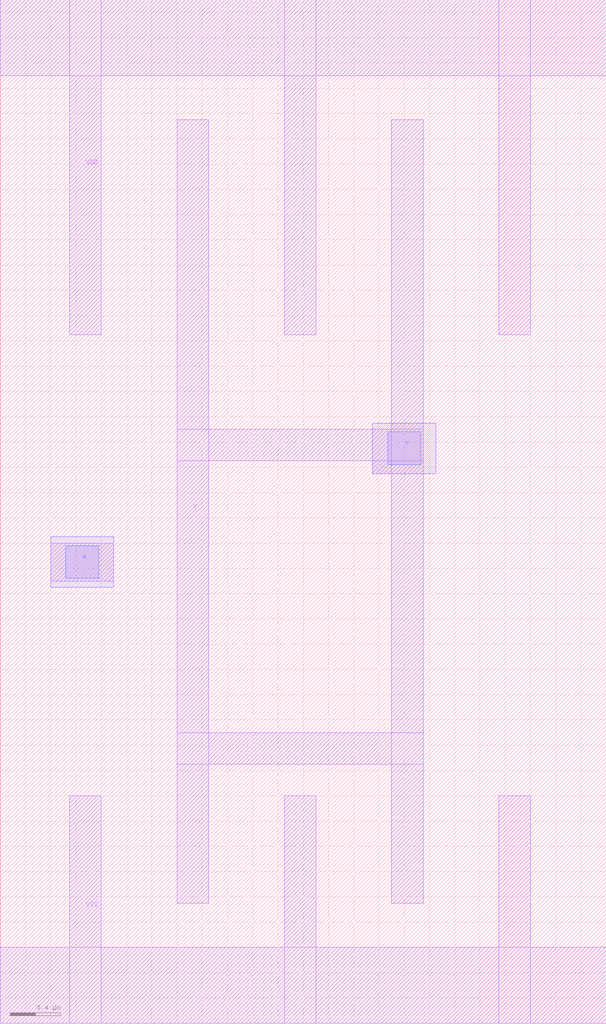
<source format=lef>
# Copyright 2022 Google LLC
# Licensed under the Apache License, Version 2.0 (the "License");
# you may not use this file except in compliance with the License.
# You may obtain a copy of the License at
#
#      http://www.apache.org/licenses/LICENSE-2.0
#
# Unless required by applicable law or agreed to in writing, software
# distributed under the License is distributed on an "AS IS" BASIS,
# WITHOUT WARRANTIES OR CONDITIONS OF ANY KIND, either express or implied.
# See the License for the specific language governing permissions and
# limitations under the License.
VERSION 5.7 ;
BUSBITCHARS "[]" ;
DIVIDERCHAR "/" ;

MACRO gf180mcu_osu_sc_gp12t3v3__clkinv_4
  CLASS CORE ;
  ORIGIN 0 0 ;
  FOREIGN gf180mcu_osu_sc_gp12t3v3__clkinv_4 0 0 ;
  SIZE 4.8 BY 8.1 ;
  SYMMETRY X Y ;
  SITE gf180mcu_osu_sc_gp12t3v3 ;
  PIN VDD
    DIRECTION INOUT ;
    USE POWER ;
    SHAPE ABUTMENT ;
    PORT
      LAYER MET1 ;
        RECT 0 7.5 4.8 8.1 ;
        RECT 3.95 5.45 4.2 8.1 ;
        RECT 2.25 5.45 2.5 8.1 ;
        RECT 0.55 5.45 0.8 8.1 ;
    END
  END VDD
  PIN VSS
    DIRECTION INOUT ;
    USE GROUND ;
    PORT
      LAYER MET1 ;
        RECT 0 0 4.8 0.6 ;
        RECT 3.95 0 4.2 1.8 ;
        RECT 2.25 0 2.5 1.8 ;
        RECT 0.55 0 0.8 1.8 ;
    END
  END VSS
  PIN A
    DIRECTION INPUT ;
    USE SIGNAL ;
    PORT
      LAYER MET1 ;
        RECT 0.4 3.5 0.9 3.8 ;
      LAYER MET2 ;
        RECT 0.4 3.45 0.9 3.85 ;
      LAYER VIA12 ;
        RECT 0.52 3.52 0.78 3.78 ;
    END
  END A
  PIN Y
    DIRECTION OUTPUT ;
    USE SIGNAL ;
    PORT
      LAYER MET1 ;
        RECT 3.1 0.95 3.35 7.15 ;
        RECT 1.4 4.45 3.35 4.7 ;
        RECT 2.95 4.35 3.35 4.7 ;
        RECT 1.4 2.05 3.35 2.3 ;
        RECT 1.4 0.95 1.65 7.15 ;
      LAYER MET2 ;
        RECT 2.95 4.35 3.45 4.75 ;
      LAYER VIA12 ;
        RECT 3.07 4.42 3.33 4.68 ;
    END
  END Y
END gf180mcu_osu_sc_gp12t3v3__clkinv_4

</source>
